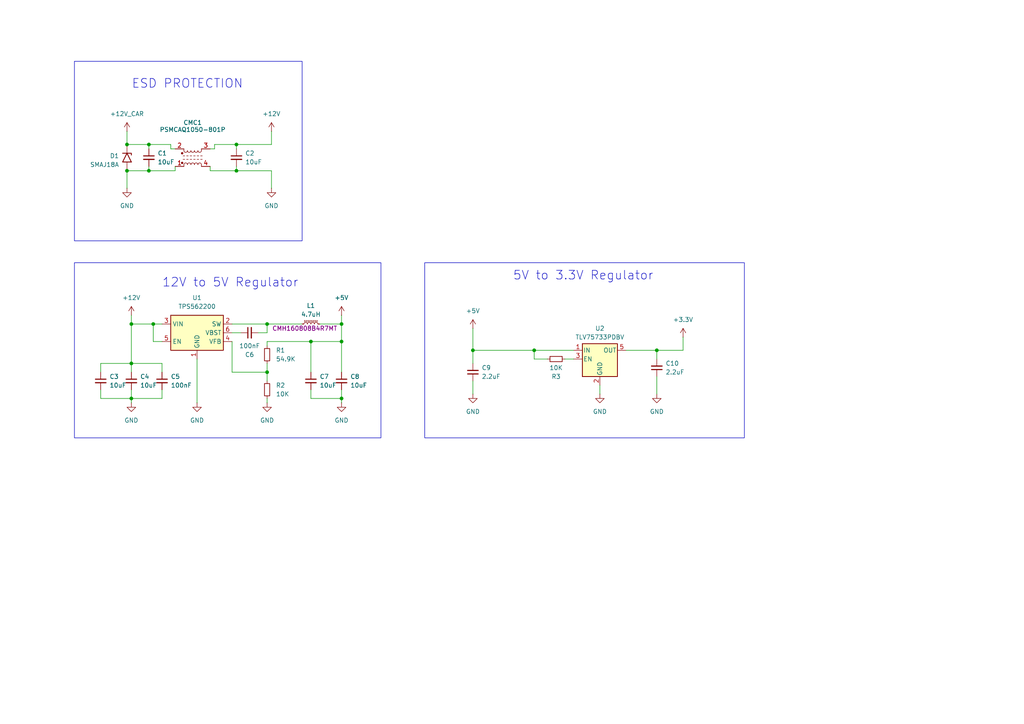
<source format=kicad_sch>
(kicad_sch (version 20231120) (generator "eeschema") (generator_version "8.0")
  (paper "A4")
  (lib_symbols
    (symbol "Device:C_Small" (pin_numbers hide) (pin_names (offset 0.254) hide)
      (property "Reference" "C" (at 0.254 1.778 0))
      (property "Value" "C_Small" (at 0.254 -2.032 0))
      (symbol "C_Small_0_1"
        (polyline (pts (xy -1.524 -0.508) (xy 1.524 -0.508)) (stroke (width 0.3302)))
        (polyline (pts (xy -1.524 0.508) (xy 1.524 0.508)) (stroke (width 0.3048)))
      )
      (symbol "C_Small_1_1"
        (pin passive line (at 0 2.54 270) (length 2.032) (name "~") (number "1"))
        (pin passive line (at 0 -2.54 90) (length 2.032) (name "~") (number "2"))
      )
    )
    (symbol "Device:L_Ferrite_Coupled_1423" (pin_names (offset 0.254) hide)
      (property "Reference" "L" (at 0 4.445 0))
      (property "Value" "L_Ferrite_Coupled_1423" (at 0 -4.445 0))
      (symbol "L_Ferrite_Coupled_1423_0_1"
        (circle (center -3.048 -1.27) (radius 0.254) (fill (type outline)))
        (circle (center -3.048 1.524) (radius 0.254) (fill (type outline)))
        (arc (start -2.54 2.032) (mid -2.032 1.5262) (end -1.524 2.032))
        (arc (start -1.524 -2.032) (mid -2.032 -1.5262) (end -2.54 -2.032))
        (arc (start -1.524 2.032) (mid -1.016 1.5262) (end -0.508 2.032))
        (arc (start -0.508 -2.032) (mid -1.016 -1.5262) (end -1.524 -2.032))
        (arc (start -0.508 2.032) (mid 0 1.5262) (end 0.508 2.032))
        (polyline (pts (xy -2.794 -0.508) (xy -2.286 -0.508)))
        (polyline (pts (xy -2.794 0.508) (xy -2.286 0.508)))
        (polyline (pts (xy -2.54 -2.032) (xy -2.54 -2.54)))
        (polyline (pts (xy -2.54 2.032) (xy -2.54 2.54)))
        (polyline (pts (xy -1.778 -0.508) (xy -1.27 -0.508)))
        (polyline (pts (xy -1.778 0.508) (xy -1.27 0.508)))
        (polyline (pts (xy -0.762 -0.508) (xy -0.254 -0.508)))
        (polyline (pts (xy -0.762 0.508) (xy -0.254 0.508)))
        (polyline (pts (xy 0.254 -0.508) (xy 0.762 -0.508)))
        (polyline (pts (xy 0.254 0.508) (xy 0.762 0.508)))
        (polyline (pts (xy 1.27 -0.508) (xy 1.778 -0.508)))
        (polyline (pts (xy 1.27 0.508) (xy 1.778 0.508)))
        (polyline (pts (xy 2.286 -0.508) (xy 2.794 -0.508)))
        (polyline (pts (xy 2.286 0.508) (xy 2.794 0.508)))
        (polyline (pts (xy 2.54 -2.032) (xy 2.54 -2.54)))
        (polyline (pts (xy 2.54 2.54) (xy 2.54 2.032)))
        (arc (start 0.508 -2.032) (mid 0 -1.5262) (end -0.508 -2.032))
        (arc (start 0.508 2.032) (mid 1.016 1.5262) (end 1.524 2.032))
        (arc (start 1.524 -2.032) (mid 1.016 -1.5262) (end 0.508 -2.032))
        (arc (start 1.524 2.032) (mid 2.032 1.5262) (end 2.54 2.032))
        (arc (start 2.54 -2.032) (mid 2.032 -1.5262) (end 1.524 -2.032))
      )
      (symbol "L_Ferrite_Coupled_1423_1_1"
        (pin passive line (at -5.08 2.54 0) (length 2.54) (name "1") (number "1"))
        (pin passive line (at -5.08 -2.54 0) (length 2.54) (name "2") (number "2"))
        (pin passive line (at 5.08 -2.54 180) (length 2.54) (name "3") (number "3"))
        (pin passive line (at 5.08 2.54 180) (length 2.54) (name "4") (number "4"))
      )
    )
    (symbol "Device:L_Ferrite_Small" (pin_numbers hide) (pin_names (offset 0.254) hide)
      (property "Reference" "L" (at 1.27 1.016 0))
      (property "Value" "L_Ferrite_Small" (at 1.27 -1.27 0))
      (symbol "L_Ferrite_Small_0_1"
        (arc (start 0 -2.032) (mid 0.5058 -1.524) (end 0 -1.016))
        (arc (start 0 -1.016) (mid 0.5058 -0.508) (end 0 0))
        (polyline (pts (xy 0.762 -1.905) (xy 0.762 -1.651)))
        (polyline (pts (xy 0.762 -1.397) (xy 0.762 -1.143)))
        (polyline (pts (xy 0.762 -0.889) (xy 0.762 -0.635)))
        (polyline (pts (xy 0.762 -0.381) (xy 0.762 -0.127)))
        (polyline (pts (xy 0.762 0.127) (xy 0.762 0.381)))
        (polyline (pts (xy 0.762 0.635) (xy 0.762 0.889)))
        (polyline (pts (xy 0.762 1.143) (xy 0.762 1.397)))
        (polyline (pts (xy 0.762 1.651) (xy 0.762 1.905)))
        (polyline (pts (xy 1.016 -1.651) (xy 1.016 -1.905)))
        (polyline (pts (xy 1.016 -1.143) (xy 1.016 -1.397)))
        (polyline (pts (xy 1.016 -0.635) (xy 1.016 -0.889)))
        (polyline (pts (xy 1.016 -0.127) (xy 1.016 -0.381)))
        (polyline (pts (xy 1.016 0.381) (xy 1.016 0.127)))
        (polyline (pts (xy 1.016 0.889) (xy 1.016 0.635)))
        (polyline (pts (xy 1.016 1.397) (xy 1.016 1.143)))
        (polyline (pts (xy 1.016 1.905) (xy 1.016 1.651)))
        (arc (start 0 0) (mid 0.5058 0.508) (end 0 1.016))
        (arc (start 0 1.016) (mid 0.5058 1.524) (end 0 2.032))
      )
      (symbol "L_Ferrite_Small_1_1"
        (pin passive line (at 0 2.54 270) (length 0.508) (name "~") (number "1"))
        (pin passive line (at 0 -2.54 90) (length 0.508) (name "~") (number "2"))
      )
    )
    (symbol "Device:R_Small" (pin_numbers hide) (pin_names (offset 0.254) hide)
      (property "Reference" "R" (at 0.762 0.508 0))
      (property "Value" "R_Small" (at 0.762 -1.016 0))
      (symbol "R_Small_0_1"
        (rectangle (start -0.762 1.778) (end 0.762 -1.778) (stroke (width 0.2032)))
      )
      (symbol "R_Small_1_1"
        (pin passive line (at 0 2.54 270) (length 0.762) (name "~") (number "1"))
        (pin passive line (at 0 -2.54 90) (length 0.762) (name "~") (number "2"))
      )
    )
    (symbol "Diode:SMAJ18A" (pin_numbers hide) (pin_names (offset 1.016) hide)
      (property "Reference" "D" (at 0 2.54 0))
      (property "Value" "SMAJ18A" (at 0 -2.54 0))
      (symbol "SMAJ18A_0_1"
        (polyline (pts (xy -0.762 1.27) (xy -1.27 1.27) (xy -1.27 -1.27)) (stroke (width 0.254)))
        (polyline (pts (xy 1.27 1.27) (xy 1.27 -1.27) (xy -1.27 0) (xy 1.27 1.27)) (stroke (width 0.254)))
      )
      (symbol "SMAJ18A_1_1"
        (pin passive line (at -3.81 0 0) (length 2.54) (name "A1") (number "1"))
        (pin passive line (at 3.81 0 180) (length 2.54) (name "A2") (number "2"))
      )
    )
    (symbol "Regulator_Linear:TLV75733PDBV" (pin_names (offset 0.254))
      (property "Reference" "U" (at -3.81 5.715 0))
      (property "Value" "TLV75733PDBV" (at 0 5.715 0))
      (symbol "TLV75733PDBV_0_1"
        (rectangle (start -5.08 4.445) (end 5.08 -5.08) (stroke (width 0.254)) (fill (type background)))
      )
      (symbol "TLV75733PDBV_1_1"
        (pin power_in line (at -7.62 2.54 0) (length 2.54) (name "IN") (number "1"))
        (pin power_in line (at 0 -7.62 90) (length 2.54) (name "GND") (number "2"))
        (pin input line (at -7.62 0 0) (length 2.54) (name "EN") (number "3"))
        (pin no_connect line (at 5.08 0 180) (length 2.54) hide (name "NC") (number "4"))
        (pin power_out line (at 7.62 2.54 180) (length 2.54) (name "OUT") (number "5"))
      )
    )
    (symbol "Regulator_Switching:TPS562200"
      (property "Reference" "U" (at -7.62 6.35 0))
      (property "Value" "TPS562200" (at -2.54 6.35 0))
      (symbol "TPS562200_0_1"
        (rectangle (start -7.62 5.08) (end 7.62 -5.08) (stroke (width 0.254)) (fill (type background)))
      )
      (symbol "TPS562200_1_1"
        (pin power_in line (at 0 -7.62 90) (length 2.54) (name "GND") (number "1"))
        (pin output line (at 10.16 2.54 180) (length 2.54) (name "SW") (number "2"))
        (pin power_in line (at -10.16 2.54 0) (length 2.54) (name "VIN") (number "3"))
        (pin input line (at 10.16 -2.54 180) (length 2.54) (name "VFB") (number "4"))
        (pin input line (at -10.16 -2.54 0) (length 2.54) (name "EN") (number "5"))
        (pin passive line (at 10.16 0 180) (length 2.54) (name "VBST") (number "6"))
      )
    )
    (symbol "power:+12V" (power) (pin_numbers hide) (pin_names (offset 0) hide)
      (property "Value" "+12V" (at 0 3.556 0))
      (symbol "+12V_0_1"
        (polyline (pts (xy -0.762 1.27) (xy 0 2.54)))
        (polyline (pts (xy 0 0) (xy 0 2.54)))
        (polyline (pts (xy 0 2.54) (xy 0.762 1.27)))
      )
      (symbol "+12V_1_1"
        (pin power_in line (at 0 0 90) (length 0) (name "~") (number "1"))
      )
    )
    (symbol "power:+3.3V" (power) (pin_numbers hide) (pin_names (offset 0) hide)
      (property "Value" "+3.3V" (at 0 3.556 0))
      (symbol "+3.3V_0_1"
        (polyline (pts (xy -0.762 1.27) (xy 0 2.54)))
        (polyline (pts (xy 0 0) (xy 0 2.54)))
        (polyline (pts (xy 0 2.54) (xy 0.762 1.27)))
      )
      (symbol "+3.3V_1_1"
        (pin power_in line (at 0 0 90) (length 0) (name "~") (number "1"))
      )
    )
    (symbol "power:+5V" (power) (pin_numbers hide) (pin_names (offset 0) hide)
      (property "Value" "+5V" (at 0 3.556 0))
      (symbol "+5V_0_1"
        (polyline (pts (xy -0.762 1.27) (xy 0 2.54)))
        (polyline (pts (xy 0 0) (xy 0 2.54)))
        (polyline (pts (xy 0 2.54) (xy 0.762 1.27)))
      )
      (symbol "+5V_1_1"
        (pin power_in line (at 0 0 90) (length 0) (name "~") (number "1"))
      )
    )
    (symbol "power:GND" (power) (pin_numbers hide) (pin_names (offset 0) hide)
      (property "Value" "GND" (at 0 -3.81 0))
      (symbol "GND_0_1"
        (polyline (pts (xy 0 0) (xy 0 -1.27) (xy 1.27 -1.27) (xy 0 -2.54) (xy -1.27 -1.27) (xy 0 -1.27)))
      )
      (symbol "GND_1_1"
        (pin power_in line (at 0 0 270) (length 0) (name "~") (number "1"))
      )
    )
  )
  (junction (at 99.06 99.06))
  (junction (at 43.18 49.53))
  (junction (at 77.47 93.98))
  (junction (at 90.17 99.06))
  (junction (at 99.06 115.57))
  (junction (at 38.1 115.57))
  (junction (at 36.83 41.91))
  (junction (at 190.5 101.6))
  (junction (at 77.47 107.95))
  (junction (at 137.16 101.6))
  (junction (at 38.1 105.41))
  (junction (at 99.06 93.98))
  (junction (at 154.94 101.6))
  (junction (at 68.58 41.91))
  (junction (at 44.45 93.98))
  (junction (at 36.83 49.53))
  (junction (at 38.1 93.98))
  (junction (at 43.18 41.91))
  (junction (at 68.58 49.53))
  (wire (pts (xy 36.83 38.1) (xy 36.83 41.91)))
  (wire (pts (xy 99.06 116.84) (xy 99.06 115.57)))
  (wire (pts (xy 68.58 49.53) (xy 78.74 49.53)))
  (wire (pts (xy 90.17 115.57) (xy 99.06 115.57)))
  (wire (pts (xy 173.99 111.76) (xy 173.99 114.3)))
  (wire (pts (xy 67.31 107.95) (xy 67.31 99.06)))
  (wire (pts (xy 77.47 116.84) (xy 77.47 115.57)))
  (wire (pts (xy 190.5 101.6) (xy 198.12 101.6)))
  (wire (pts (xy 60.96 49.53) (xy 68.58 49.53)))
  (wire (pts (xy 62.23 43.18) (xy 62.23 41.91)))
  (wire (pts (xy 99.06 115.57) (xy 99.06 113.03)))
  (wire (pts (xy 77.47 99.06) (xy 90.17 99.06)))
  (wire (pts (xy 90.17 113.03) (xy 90.17 115.57)))
  (wire (pts (xy 38.1 116.84) (xy 38.1 115.57)))
  (wire (pts (xy 44.45 93.98) (xy 46.99 93.98)))
  (wire (pts (xy 46.99 115.57) (xy 46.99 113.03)))
  (wire (pts (xy 60.96 49.53) (xy 60.96 48.26)))
  (wire (pts (xy 137.16 95.25) (xy 137.16 101.6)))
  (wire (pts (xy 99.06 99.06) (xy 99.06 107.95)))
  (wire (pts (xy 38.1 107.95) (xy 38.1 105.41)))
  (wire (pts (xy 90.17 107.95) (xy 90.17 99.06)))
  (wire (pts (xy 60.96 43.18) (xy 62.23 43.18)))
  (wire (pts (xy 38.1 113.03) (xy 38.1 115.57)))
  (wire (pts (xy 38.1 93.98) (xy 44.45 93.98)))
  (wire (pts (xy 46.99 99.06) (xy 44.45 99.06)))
  (wire (pts (xy 137.16 101.6) (xy 154.94 101.6)))
  (wire (pts (xy 163.83 104.14) (xy 166.37 104.14)))
  (wire (pts (xy 67.31 93.98) (xy 77.47 93.98)))
  (wire (pts (xy 43.18 49.53) (xy 50.8 49.53)))
  (wire (pts (xy 99.06 93.98) (xy 99.06 99.06)))
  (wire (pts (xy 38.1 105.41) (xy 29.21 105.41)))
  (wire (pts (xy 38.1 91.44) (xy 38.1 93.98)))
  (wire (pts (xy 67.31 96.52) (xy 69.85 96.52)))
  (wire (pts (xy 77.47 99.06) (xy 77.47 100.33)))
  (wire (pts (xy 43.18 41.91) (xy 43.18 43.18)))
  (wire (pts (xy 62.23 41.91) (xy 68.58 41.91)))
  (wire (pts (xy 49.53 43.18) (xy 50.8 43.18)))
  (wire (pts (xy 78.74 49.53) (xy 78.74 54.61)))
  (wire (pts (xy 78.74 41.91) (xy 78.74 38.1)))
  (wire (pts (xy 36.83 49.53) (xy 36.83 54.61)))
  (wire (pts (xy 77.47 107.95) (xy 77.47 105.41)))
  (wire (pts (xy 36.83 49.53) (xy 43.18 49.53)))
  (wire (pts (xy 57.15 104.14) (xy 57.15 116.84)))
  (wire (pts (xy 137.16 101.6) (xy 137.16 105.41)))
  (wire (pts (xy 68.58 49.53) (xy 68.58 48.26)))
  (wire (pts (xy 50.8 49.53) (xy 50.8 48.26)))
  (wire (pts (xy 198.12 101.6) (xy 198.12 97.79)))
  (wire (pts (xy 68.58 41.91) (xy 78.74 41.91)))
  (wire (pts (xy 99.06 93.98) (xy 99.06 91.44)))
  (wire (pts (xy 43.18 48.26) (xy 43.18 49.53)))
  (wire (pts (xy 92.71 93.98) (xy 99.06 93.98)))
  (wire (pts (xy 77.47 93.98) (xy 87.63 93.98)))
  (wire (pts (xy 181.61 101.6) (xy 190.5 101.6)))
  (wire (pts (xy 29.21 115.57) (xy 38.1 115.57)))
  (wire (pts (xy 158.75 104.14) (xy 154.94 104.14)))
  (wire (pts (xy 36.83 41.91) (xy 43.18 41.91)))
  (wire (pts (xy 49.53 41.91) (xy 49.53 43.18)))
  (wire (pts (xy 154.94 101.6) (xy 166.37 101.6)))
  (wire (pts (xy 77.47 110.49) (xy 77.47 107.95)))
  (wire (pts (xy 46.99 107.95) (xy 46.99 105.41)))
  (wire (pts (xy 46.99 105.41) (xy 38.1 105.41)))
  (wire (pts (xy 44.45 99.06) (xy 44.45 93.98)))
  (wire (pts (xy 77.47 96.52) (xy 77.47 93.98)))
  (wire (pts (xy 74.93 96.52) (xy 77.47 96.52)))
  (wire (pts (xy 43.18 41.91) (xy 49.53 41.91)))
  (wire (pts (xy 29.21 113.03) (xy 29.21 115.57)))
  (wire (pts (xy 137.16 110.49) (xy 137.16 114.3)))
  (wire (pts (xy 90.17 99.06) (xy 99.06 99.06)))
  (wire (pts (xy 190.5 101.6) (xy 190.5 104.14)))
  (wire (pts (xy 68.58 41.91) (xy 68.58 43.18)))
  (wire (pts (xy 190.5 109.22) (xy 190.5 114.3)))
  (wire (pts (xy 67.31 107.95) (xy 77.47 107.95)))
  (wire (pts (xy 154.94 104.14) (xy 154.94 101.6)))
  (wire (pts (xy 46.99 115.57) (xy 38.1 115.57)))
  (wire (pts (xy 38.1 105.41) (xy 38.1 93.98)))
  (wire (pts (xy 29.21 105.41) (xy 29.21 107.95)))
  (rectangle (start 21.59 17.78) (end 87.63 69.85))
  (rectangle (start 21.59 76.2) (end 110.49 127))
  (rectangle (start 123.19 76.2) (end 215.9 127))
  (text "ESD PROTECTION" (at 54.356 24.384 0) (effects (font (size 2.54 2.54))))
  (text "12V to 5V Regulator" (at 66.802 82.042 0) (effects (font (size 2.54 2.54))))
  (text "5V to 3.3V Regulator" (at 169.164 80.01 0) (effects (font (size 2.54 2.54))))
  (symbol (lib_id "power:+5V") (at 38.1 91.44 0) (unit 1)
    (property "Reference" "#PWR05" (effects (hide yes)))
    (property "Value" "+12V" (at 38.1 86.36 0))
    (property "Description" "Power symbol creates a global label with name \"+5V\"" (effects (hide yes)))
  )
  (symbol (lib_id "Device:C_Small") (at 137.16 107.95 180) (unit 1)
    (property "Reference" "C9" (at 139.7 106.6735 0) (effects (justify right)))
    (property "Value" "2.2uF" (at 139.7 109.2135 0) (effects (justify right)))
    (property "Footprint" "Capacitor_SMD:C_0603_1608Metric" (effects (hide yes)))
    (property "Description" "Unpolarized capacitor, small symbol" (effects (hide yes)))
    (property "LCSC" "C914769" (effects (hide yes)))
    (property "Manufacturer" "CC0603KRX7R7BB225" (effects (hide yes)))
  )
  (symbol (lib_id "Device:C_Small") (at 43.18 45.72 0) (unit 1)
    (property "Reference" "C1" (at 45.72 44.4562 0) (effects (justify left)))
    (property "Value" "10uF" (at 45.72 46.9962 0) (effects (justify left)))
    (property "Footprint" "Capacitor_SMD:C_1210_3225Metric" (effects (hide yes)))
    (property "Description" "Unpolarized capacitor, small symbol" (effects (hide yes)))
    (property "LCSC" "C596319" (effects (hide yes)))
    (property "Manufacturer" "CC1210KKX7R9BB106" (effects (hide yes)))
  )
  (symbol (lib_id "power:GND") (at 190.5 114.3 0) (unit 1)
    (property "Reference" "#PWR015" (effects (hide yes)))
    (property "Value" "GND" (at 190.5 119.38 0))
    (property "Description" "Power symbol creates a global label with name \"GND\" , ground" (effects (hide yes)))
  )
  (symbol (lib_id "Device:R_Small") (at 77.47 102.87 0) (unit 1)
    (property "Reference" "R1" (at 80.01 101.5999 0) (effects (justify left)))
    (property "Value" "54.9K" (at 80.01 104.1399 0) (effects (justify left)))
    (property "Footprint" "Resistor_SMD:R_0805_2012Metric" (effects (hide yes)))
    (property "Description" "Resistor, small symbol" (effects (hide yes)))
    (property "Manufacturer" "RT0805BRD0754K9L" (effects (hide yes)))
    (property "LCSC" "C865555" (effects (hide yes)))
  )
  (symbol (lib_id "Device:C_Small") (at 68.58 45.72 0) (unit 1)
    (property "Reference" "C2" (at 71.12 44.4562 0) (effects (justify left)))
    (property "Value" "10uF" (at 71.12 46.9962 0) (effects (justify left)))
    (property "Footprint" "Capacitor_SMD:C_1210_3225Metric" (effects (hide yes)))
    (property "Description" "Unpolarized capacitor, small symbol" (effects (hide yes)))
    (property "LCSC" "C596319" (effects (hide yes)))
    (property "Manufacturer" "CC1210KKX7R9BB106" (effects (hide yes)))
  )
  (symbol (lib_id "Device:L_Ferrite_Small") (at 90.17 93.98 90) (unit 1)
    (property "Reference" "L1" (at 90.17 88.646 90))
    (property "Value" "4.7uH" (at 90.17 91.186 90))
    (property "Footprint" "Inductor_SMD:L_0603_1608Metric" (effects (hide yes)))
    (property "Description" "Inductor with ferrite core, small symbol" (effects (hide yes)))
    (property "Model" "CMH160808B4R7MT" (at 88.392 95.25 90))
    (property "LCSC" "C394952" (effects (hide yes)))
    (property "Comment" "Current min 0.5A" (effects (hide yes)))
    (property "Manufacturer" "CMH160808B4R7MT" (effects (hide yes)))
    (property "Current" "0.5A" (effects (hide yes)))
  )
  (symbol (lib_id "Device:C_Small") (at 38.1 110.49 0) (unit 1)
    (property "Reference" "C4" (at 40.64 109.2262 0) (effects (justify left)))
    (property "Value" "10uF" (at 40.64 111.7662 0) (effects (justify left)))
    (property "Footprint" "Capacitor_SMD:C_1210_3225Metric" (effects (hide yes)))
    (property "Description" "Unpolarized capacitor, small symbol" (effects (hide yes)))
    (property "LCSC" "C596319" (effects (hide yes)))
    (property "Manufacturer" "CC1210KKX7R9BB106" (effects (hide yes)))
  )
  (symbol (lib_id "power:+3.3V") (at 137.16 95.25 0) (unit 1)
    (property "Reference" "#PWR011" (effects (hide yes)))
    (property "Value" "+5V" (at 137.16 90.17 0))
    (property "Description" "Power symbol creates a global label with name \"+3.3V\"" (effects (hide yes)))
  )
  (symbol (lib_id "power:GND") (at 173.99 114.3 0) (unit 1)
    (property "Reference" "#PWR013" (effects (hide yes)))
    (property "Value" "GND" (at 173.99 119.38 0))
    (property "Description" "Power symbol creates a global label with name \"GND\" , ground" (effects (hide yes)))
  )
  (symbol (lib_id "Device:R_Small") (at 161.29 104.14 90) (mirror x) (unit 1)
    (property "Reference" "R3" (at 161.29 109.22 90))
    (property "Value" "10K" (at 161.29 106.68 90))
    (property "Footprint" "Resistor_SMD:R_0805_2012Metric" (effects (hide yes)))
    (property "Description" "Resistor, small symbol" (effects (hide yes)))
    (property "LCSC" "C84376" (effects (hide yes)))
    (property "Manufacturer" "RC0805FR-0710KL" (effects (hide yes)))
  )
  (symbol (lib_id "Device:C_Small") (at 99.06 110.49 0) (unit 1)
    (property "Reference" "C8" (at 101.6 109.2262 0) (effects (justify left)))
    (property "Value" "10uF" (at 101.6 111.7662 0) (effects (justify left)))
    (property "Footprint" "Capacitor_SMD:C_1210_3225Metric" (effects (hide yes)))
    (property "Description" "Unpolarized capacitor, small symbol" (effects (hide yes)))
    (property "LCSC" "C596319" (effects (hide yes)))
    (property "Manufacturer" "CC1210KKX7R9BB106" (effects (hide yes)))
  )
  (symbol (lib_id "Device:C_Small") (at 46.99 110.49 0) (unit 1)
    (property "Reference" "C5" (at 49.53 109.2262 0) (effects (justify left)))
    (property "Value" "100nF" (at 49.53 111.7662 0) (effects (justify left)))
    (property "Footprint" "Capacitor_SMD:C_0805_2012Metric" (effects (hide yes)))
    (property "Description" "Unpolarized capacitor, small symbol" (effects (hide yes)))
    (property "LCSC" "C111492" (effects (hide yes)))
    (property "Manufacturer" "CC0805JRX7R9BB104" (effects (hide yes)))
  )
  (symbol (lib_id "Device:C_Small") (at 190.5 106.68 180) (unit 1)
    (property "Reference" "C10" (at 193.04 105.4035 0) (effects (justify right)))
    (property "Value" "2.2uF" (at 193.04 107.9435 0) (effects (justify right)))
    (property "Footprint" "Capacitor_SMD:C_0603_1608Metric" (effects (hide yes)))
    (property "Description" "Unpolarized capacitor, small symbol" (effects (hide yes)))
    (property "LCSC" "C914769" (effects (hide yes)))
    (property "Manufacturer" "CC0603KRX7R7BB225" (effects (hide yes)))
  )
  (symbol (lib_id "power:+3.3V") (at 198.12 97.79 0) (unit 1)
    (property "Reference" "#PWR014" (effects (hide yes)))
    (property "Value" "+3.3V" (at 198.12 92.71 0))
    (property "Description" "Power symbol creates a global label with name \"+3.3V\"" (effects (hide yes)))
  )
  (symbol (lib_id "power:GND") (at 77.47 116.84 0) (unit 1)
    (property "Reference" "#PWR08" (effects (hide yes)))
    (property "Value" "GND" (at 77.47 121.92 0))
    (property "Description" "Power symbol creates a global label with name \"GND\" , ground" (effects (hide yes)))
  )
  (symbol (lib_id "power:GND") (at 36.83 54.61 0) (unit 1)
    (property "Reference" "#PWR02" (effects (hide yes)))
    (property "Value" "GND" (at 36.83 59.69 0))
    (property "Description" "Power symbol creates a global label with name \"GND\" , ground" (effects (hide yes)))
  )
  (symbol (lib_id "power:GND") (at 137.16 114.3 0) (unit 1)
    (property "Reference" "#PWR012" (effects (hide yes)))
    (property "Value" "GND" (at 137.16 119.38 0))
    (property "Description" "Power symbol creates a global label with name \"GND\" , ground" (effects (hide yes)))
  )
  (symbol (lib_id "Device:C_Small") (at 72.39 96.52 90) (mirror x) (unit 1)
    (property "Reference" "C6" (at 72.3963 102.87 90))
    (property "Value" "100nF" (at 72.3963 100.33 90))
    (property "Footprint" "Capacitor_SMD:C_0805_2012Metric" (effects (hide yes)))
    (property "Description" "Unpolarized capacitor, small symbol" (effects (hide yes)))
    (property "LCSC" "C111492" (effects (hide yes)))
    (property "Manufacturer" "CC0805JRX7R9BB104" (effects (hide yes)))
  )
  (symbol (lib_id "power:+3.3V") (at 99.06 91.44 0) (unit 1)
    (property "Reference" "#PWR09" (effects (hide yes)))
    (property "Value" "+5V" (at 99.06 86.36 0))
    (property "Description" "Power symbol creates a global label with name \"+3.3V\"" (effects (hide yes)))
  )
  (symbol (lib_id "power:+12V") (at 36.83 38.1 0) (unit 1)
    (property "Reference" "#PWR01" (effects (hide yes)))
    (property "Value" "+12V_CAR" (at 36.83 33.02 0))
    (property "Description" "Power symbol creates a global label with name \"+12V\"" (effects (hide yes)))
  )
  (symbol (lib_id "power:GND") (at 38.1 116.84 0) (unit 1)
    (property "Reference" "#PWR06" (effects (hide yes)))
    (property "Value" "GND" (at 38.1 121.92 0))
    (property "Description" "Power symbol creates a global label with name \"GND\" , ground" (effects (hide yes)))
  )
  (symbol (lib_id "power:GND") (at 57.15 116.84 0) (unit 1)
    (property "Reference" "#PWR07" (effects (hide yes)))
    (property "Value" "GND" (at 57.15 121.92 0))
    (property "Description" "Power symbol creates a global label with name \"GND\" , ground" (effects (hide yes)))
  )
  (symbol (lib_id "Regulator_Switching:TPS562200") (at 57.15 96.52 0) (unit 1)
    (property "Reference" "U1" (at 57.15 86.36 0))
    (property "Value" "TPS562200" (at 57.15 88.9 0))
    (property "Footprint" "Package_TO_SOT_SMD:SOT-23-6" (effects (hide yes)))
    (property "Datasheet" "http://www.ti.com/lit/ds/symlink/tps563200.pdf" (effects (hide yes)))
    (property "Description" "2A Synchronous Step-Down Voltage Regulator, Adjustable Output Voltage, 4.5-17V Input Voltage, SOT-23-6" (effects (hide yes)))
    (property "LCSC" "C49757" (effects (hide yes)))
    (property "Manufacturer" "TPS562200DDCR" (effects (hide yes)))
  )
  (symbol (lib_id "Device:L_Ferrite_Coupled_1423") (at 55.88 45.72 0) (mirror x) (unit 1)
    (property "Reference" "CMC1" (at 55.88 35.56 0))
    (property "Value" "PSMCAQ1050-801P" (at 55.88 37.592 0))
    (property "Footprint" "Inductor_SMD:L_CommonModeChoke_Wuerth_WE-SL5" (effects (hide yes)))
    (property "Description" "Coupled inductor with ferrite core" (effects (hide yes)))
    (property "LCSC" "C2962894" (effects (hide yes)))
    (property "Manufacturer" "PSMCAQ1050-801P" (effects (hide yes)))
  )
  (symbol (lib_id "power:+12V") (at 78.74 38.1 0) (unit 1)
    (property "Reference" "#PWR04" (effects (hide yes)))
    (property "Value" "+12V" (at 78.74 33.02 0))
    (property "Description" "Power symbol creates a global label with name \"+12V\"" (effects (hide yes)))
  )
  (symbol (lib_id "Device:C_Small") (at 90.17 110.49 0) (unit 1)
    (property "Reference" "C7" (at 92.71 109.2262 0) (effects (justify left)))
    (property "Value" "10uF" (at 92.71 111.7662 0) (effects (justify left)))
    (property "Footprint" "Capacitor_SMD:C_1210_3225Metric" (effects (hide yes)))
    (property "Description" "Unpolarized capacitor, small symbol" (effects (hide yes)))
    (property "LCSC" "C596319" (effects (hide yes)))
    (property "Manufacturer" "CC1210KKX7R9BB106" (effects (hide yes)))
  )
  (symbol (lib_id "power:GND") (at 78.74 54.61 0) (unit 1)
    (property "Reference" "#PWR03" (effects (hide yes)))
    (property "Value" "GND" (at 78.74 59.69 0))
    (property "Description" "Power symbol creates a global label with name \"GND\" , ground" (effects (hide yes)))
  )
  (symbol (lib_id "Device:R_Small") (at 77.47 113.03 0) (unit 1)
    (property "Reference" "R2" (at 80.01 111.7599 0) (effects (justify left)))
    (property "Value" "10K" (at 80.01 114.2999 0) (effects (justify left)))
    (property "Footprint" "Resistor_SMD:R_0805_2012Metric" (effects (hide yes)))
    (property "Description" "Resistor, small symbol" (effects (hide yes)))
    (property "Manufacturer" "RT0805BRD0710KL" (effects (hide yes)))
    (property "LCSC" "C110775" (effects (hide yes)))
  )
  (symbol (lib_id "power:GND") (at 99.06 116.84 0) (unit 1)
    (property "Reference" "#PWR010" (effects (hide yes)))
    (property "Value" "GND" (at 99.06 121.92 0))
    (property "Description" "Power symbol creates a global label with name \"GND\" , ground" (effects (hide yes)))
  )
  (symbol (lib_id "Device:C_Small") (at 29.21 110.49 0) (unit 1)
    (property "Reference" "C3" (at 31.75 109.2262 0) (effects (justify left)))
    (property "Value" "10uF" (at 31.75 111.7662 0) (effects (justify left)))
    (property "Footprint" "Capacitor_SMD:C_1210_3225Metric" (effects (hide yes)))
    (property "Description" "Unpolarized capacitor, small symbol" (effects (hide yes)))
    (property "LCSC" "C596319" (effects (hide yes)))
    (property "Manufacturer" "CC1210KKX7R9BB106" (effects (hide yes)))
  )
  (symbol (lib_id "Diode:SMAJ18A") (at 36.83 45.72 270) (unit 1)
    (property "Reference" "D1" (at 34.544 45.212 90) (effects (justify right)))
    (property "Value" "SMAJ18A" (at 34.544 47.752 90) (effects (justify right)))
    (property "Footprint" "Diode_SMD:D_SMA" (effects (hide yes)))
    (property "Datasheet" "https://www.littelfuse.com/media?resourcetype=datasheets&itemid=75e32973-b177-4ee3-a0ff-cedaf1abdb93&filename=smaj-datasheet" (effects (hide yes)))
    (property "Description" "400W unidirectional Transient Voltage Suppressor, 18.0Vr, SMA(DO-214AC)" (effects (hide yes)))
    (property "LCSC" "  C148219" (effects (hide yes)))
    (property "Manufacturer" "  SMAJ18A" (effects (hide yes)))
  )
  (symbol (lib_id "Regulator_Linear:TLV75733PDBV") (at 173.99 104.14 0) (unit 1)
    (property "Reference" "U2" (at 173.99 95.25 0))
    (property "Value" "TLV75733PDBV" (at 173.99 97.79 0))
    (property "Footprint" "Package_TO_SOT_SMD:SOT-23-5" (effects (hide yes)))
    (property "Datasheet" "https://www.ti.com/lit/ds/symlink/tlv757p.pdf" (effects (hide yes)))
    (property "Description" "1A Low IQ Small Size Low Dropout Voltage Regulator, Fixed Output 3.3V, SOT-23-5" (effects (hide yes)))
    (property "LCSC" "C485517" (effects (hide yes)))
    (property "Manufacturer" "TLV75733PDBVR" (effects (hide yes)))
  )
)
</source>
